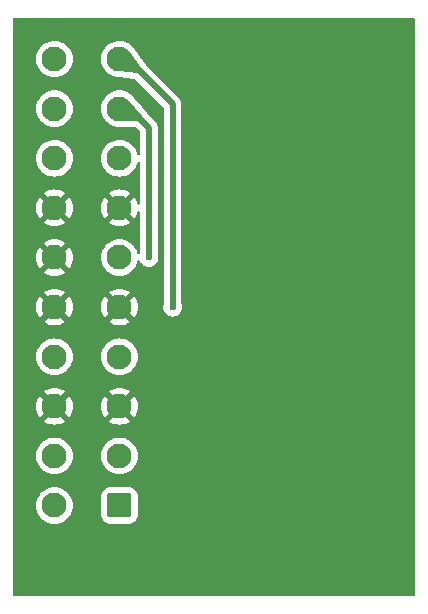
<source format=gbl>
G04 #@! TF.GenerationSoftware,KiCad,Pcbnew,8.0.5*
G04 #@! TF.CreationDate,2024-11-12T19:45:38-03:00*
G04 #@! TF.ProjectId,Teste R_pido Fonte Chaveada,54657374-6520-452e-9170-69646f20466f,rev?*
G04 #@! TF.SameCoordinates,Original*
G04 #@! TF.FileFunction,Copper,L2,Bot*
G04 #@! TF.FilePolarity,Positive*
%FSLAX46Y46*%
G04 Gerber Fmt 4.6, Leading zero omitted, Abs format (unit mm)*
G04 Created by KiCad (PCBNEW 8.0.5) date 2024-11-12 19:45:38*
%MOMM*%
%LPD*%
G01*
G04 APERTURE LIST*
G04 Aperture macros list*
%AMRoundRect*
0 Rectangle with rounded corners*
0 $1 Rounding radius*
0 $2 $3 $4 $5 $6 $7 $8 $9 X,Y pos of 4 corners*
0 Add a 4 corners polygon primitive as box body*
4,1,4,$2,$3,$4,$5,$6,$7,$8,$9,$2,$3,0*
0 Add four circle primitives for the rounded corners*
1,1,$1+$1,$2,$3*
1,1,$1+$1,$4,$5*
1,1,$1+$1,$6,$7*
1,1,$1+$1,$8,$9*
0 Add four rect primitives between the rounded corners*
20,1,$1+$1,$2,$3,$4,$5,0*
20,1,$1+$1,$4,$5,$6,$7,0*
20,1,$1+$1,$6,$7,$8,$9,0*
20,1,$1+$1,$8,$9,$2,$3,0*%
G04 Aperture macros list end*
G04 #@! TA.AperFunction,ComponentPad*
%ADD10RoundRect,0.315000X0.735000X0.735000X-0.735000X0.735000X-0.735000X-0.735000X0.735000X-0.735000X0*%
G04 #@! TD*
G04 #@! TA.AperFunction,ComponentPad*
%ADD11C,2.100000*%
G04 #@! TD*
G04 #@! TA.AperFunction,ViaPad*
%ADD12C,0.600000*%
G04 #@! TD*
G04 #@! TA.AperFunction,Conductor*
%ADD13C,0.500000*%
G04 #@! TD*
G04 APERTURE END LIST*
D10*
X108500000Y-91800000D03*
D11*
X108500000Y-87600000D03*
X108500000Y-83400000D03*
X108500000Y-79200000D03*
X108500000Y-75000000D03*
X108500000Y-70800000D03*
X108500000Y-66600000D03*
X108500000Y-62400000D03*
X108500000Y-58200000D03*
X108500000Y-54000000D03*
X103000000Y-91800000D03*
X103000000Y-87600000D03*
X103000000Y-83400000D03*
X103000000Y-79200000D03*
X103000000Y-75000000D03*
X103000000Y-70800000D03*
X103000000Y-66600000D03*
X103000000Y-62400000D03*
X103000000Y-58200000D03*
X103000000Y-54000000D03*
D12*
X126800000Y-83400000D03*
X126800000Y-91800000D03*
X126800000Y-79200000D03*
X126800000Y-66600000D03*
X126800000Y-75000000D03*
X126800000Y-57300000D03*
X126800000Y-87600000D03*
X126800000Y-70800000D03*
X113000000Y-75000000D03*
X111000000Y-70800000D03*
D13*
X113000000Y-57800000D02*
X109200000Y-54000000D01*
X113000000Y-75000000D02*
X113000000Y-57800000D01*
X109200000Y-54000000D02*
X108500000Y-54000000D01*
X111000000Y-59800000D02*
X111000000Y-70800000D01*
X109400000Y-58200000D02*
X111000000Y-59800000D01*
X108500000Y-58200000D02*
X109400000Y-58200000D01*
G04 #@! TA.AperFunction,Conductor*
G36*
X133442539Y-50520185D02*
G01*
X133488294Y-50572989D01*
X133499500Y-50624500D01*
X133499500Y-99375500D01*
X133479815Y-99442539D01*
X133427011Y-99488294D01*
X133375500Y-99499500D01*
X99624500Y-99499500D01*
X99557461Y-99479815D01*
X99511706Y-99427011D01*
X99500500Y-99375500D01*
X99500500Y-91800000D01*
X101444706Y-91800000D01*
X101463853Y-92043297D01*
X101520830Y-92280619D01*
X101614222Y-92506089D01*
X101741737Y-92714173D01*
X101741738Y-92714176D01*
X101795449Y-92777063D01*
X101900241Y-92899759D01*
X102043897Y-93022453D01*
X102085823Y-93058261D01*
X102085826Y-93058262D01*
X102293910Y-93185777D01*
X102475347Y-93260930D01*
X102507838Y-93274388D01*
X102519381Y-93279169D01*
X102519378Y-93279169D01*
X102519384Y-93279170D01*
X102519388Y-93279172D01*
X102756698Y-93336146D01*
X103000000Y-93355294D01*
X103243302Y-93336146D01*
X103480612Y-93279172D01*
X103706089Y-93185777D01*
X103914179Y-93058259D01*
X104099759Y-92899759D01*
X104258259Y-92714179D01*
X104385777Y-92506089D01*
X104479172Y-92280612D01*
X104536146Y-92043302D01*
X104555294Y-91800000D01*
X104536146Y-91556698D01*
X104479172Y-91319388D01*
X104385777Y-91093911D01*
X104385777Y-91093910D01*
X104339994Y-91019199D01*
X106949500Y-91019199D01*
X106949500Y-92580800D01*
X106964914Y-92717608D01*
X107025611Y-92891072D01*
X107123382Y-93046673D01*
X107253327Y-93176618D01*
X107408929Y-93274389D01*
X107582386Y-93335084D01*
X107582389Y-93335084D01*
X107582391Y-93335085D01*
X107650795Y-93342792D01*
X107719199Y-93350499D01*
X107719200Y-93350500D01*
X107719204Y-93350500D01*
X109280800Y-93350500D01*
X109280800Y-93350499D01*
X109366856Y-93340803D01*
X109417608Y-93335085D01*
X109417609Y-93335084D01*
X109417614Y-93335084D01*
X109591071Y-93274389D01*
X109746673Y-93176618D01*
X109876618Y-93046673D01*
X109974389Y-92891071D01*
X110035084Y-92717614D01*
X110035472Y-92714176D01*
X110040803Y-92666856D01*
X110050500Y-92580796D01*
X110050500Y-91019204D01*
X110035472Y-90885826D01*
X110035085Y-90882391D01*
X110035084Y-90882389D01*
X110035084Y-90882386D01*
X109974389Y-90708929D01*
X109876618Y-90553327D01*
X109746673Y-90423382D01*
X109732095Y-90414222D01*
X109591072Y-90325611D01*
X109417608Y-90264914D01*
X109280800Y-90249500D01*
X109280796Y-90249500D01*
X107719204Y-90249500D01*
X107719200Y-90249500D01*
X107582391Y-90264914D01*
X107408927Y-90325611D01*
X107253326Y-90423382D01*
X107123382Y-90553326D01*
X107025611Y-90708927D01*
X106964914Y-90882391D01*
X106949500Y-91019199D01*
X104339994Y-91019199D01*
X104258262Y-90885826D01*
X104258261Y-90885823D01*
X104222453Y-90843897D01*
X104099759Y-90700241D01*
X103977063Y-90595449D01*
X103914176Y-90541738D01*
X103914173Y-90541737D01*
X103706089Y-90414222D01*
X103480618Y-90320830D01*
X103480621Y-90320830D01*
X103247725Y-90264916D01*
X103243302Y-90263854D01*
X103243300Y-90263853D01*
X103243297Y-90263853D01*
X103000000Y-90244706D01*
X102756702Y-90263853D01*
X102519380Y-90320830D01*
X102293910Y-90414222D01*
X102085826Y-90541737D01*
X102085823Y-90541738D01*
X101900241Y-90700241D01*
X101741738Y-90885823D01*
X101741737Y-90885826D01*
X101614222Y-91093910D01*
X101520830Y-91319380D01*
X101463853Y-91556702D01*
X101444706Y-91800000D01*
X99500500Y-91800000D01*
X99500500Y-87600000D01*
X101444706Y-87600000D01*
X101463853Y-87843297D01*
X101520830Y-88080619D01*
X101614222Y-88306089D01*
X101741737Y-88514173D01*
X101741738Y-88514176D01*
X101741741Y-88514179D01*
X101900241Y-88699759D01*
X102043897Y-88822453D01*
X102085823Y-88858261D01*
X102085826Y-88858262D01*
X102293910Y-88985777D01*
X102519381Y-89079169D01*
X102519378Y-89079169D01*
X102519384Y-89079170D01*
X102519388Y-89079172D01*
X102756698Y-89136146D01*
X103000000Y-89155294D01*
X103243302Y-89136146D01*
X103480612Y-89079172D01*
X103706089Y-88985777D01*
X103914179Y-88858259D01*
X104099759Y-88699759D01*
X104258259Y-88514179D01*
X104385777Y-88306089D01*
X104479172Y-88080612D01*
X104536146Y-87843302D01*
X104555294Y-87600000D01*
X106944706Y-87600000D01*
X106963853Y-87843297D01*
X107020830Y-88080619D01*
X107114222Y-88306089D01*
X107241737Y-88514173D01*
X107241738Y-88514176D01*
X107241741Y-88514179D01*
X107400241Y-88699759D01*
X107543897Y-88822453D01*
X107585823Y-88858261D01*
X107585826Y-88858262D01*
X107793910Y-88985777D01*
X108019381Y-89079169D01*
X108019378Y-89079169D01*
X108019384Y-89079170D01*
X108019388Y-89079172D01*
X108256698Y-89136146D01*
X108500000Y-89155294D01*
X108743302Y-89136146D01*
X108980612Y-89079172D01*
X109206089Y-88985777D01*
X109414179Y-88858259D01*
X109599759Y-88699759D01*
X109758259Y-88514179D01*
X109885777Y-88306089D01*
X109979172Y-88080612D01*
X110036146Y-87843302D01*
X110055294Y-87600000D01*
X110036146Y-87356698D01*
X109979172Y-87119388D01*
X109885777Y-86893911D01*
X109885777Y-86893910D01*
X109758262Y-86685826D01*
X109758261Y-86685823D01*
X109722453Y-86643897D01*
X109599759Y-86500241D01*
X109477063Y-86395449D01*
X109414176Y-86341738D01*
X109414173Y-86341737D01*
X109206089Y-86214222D01*
X108980618Y-86120830D01*
X108980621Y-86120830D01*
X108874992Y-86095470D01*
X108743302Y-86063854D01*
X108743300Y-86063853D01*
X108743297Y-86063853D01*
X108500000Y-86044706D01*
X108256702Y-86063853D01*
X108019380Y-86120830D01*
X107793910Y-86214222D01*
X107585826Y-86341737D01*
X107585823Y-86341738D01*
X107400241Y-86500241D01*
X107241738Y-86685823D01*
X107241737Y-86685826D01*
X107114222Y-86893910D01*
X107020830Y-87119380D01*
X106963853Y-87356702D01*
X106944706Y-87600000D01*
X104555294Y-87600000D01*
X104536146Y-87356698D01*
X104479172Y-87119388D01*
X104385777Y-86893911D01*
X104385777Y-86893910D01*
X104258262Y-86685826D01*
X104258261Y-86685823D01*
X104222453Y-86643897D01*
X104099759Y-86500241D01*
X103977063Y-86395449D01*
X103914176Y-86341738D01*
X103914173Y-86341737D01*
X103706089Y-86214222D01*
X103480618Y-86120830D01*
X103480621Y-86120830D01*
X103374992Y-86095470D01*
X103243302Y-86063854D01*
X103243300Y-86063853D01*
X103243297Y-86063853D01*
X103000000Y-86044706D01*
X102756702Y-86063853D01*
X102519380Y-86120830D01*
X102293910Y-86214222D01*
X102085826Y-86341737D01*
X102085823Y-86341738D01*
X101900241Y-86500241D01*
X101741738Y-86685823D01*
X101741737Y-86685826D01*
X101614222Y-86893910D01*
X101520830Y-87119380D01*
X101463853Y-87356702D01*
X101444706Y-87600000D01*
X99500500Y-87600000D01*
X99500500Y-83400000D01*
X101445207Y-83400000D01*
X101464348Y-83643219D01*
X101521303Y-83880457D01*
X101614668Y-84105861D01*
X101738504Y-84307941D01*
X102360689Y-83685755D01*
X102379668Y-83731574D01*
X102456274Y-83846224D01*
X102553776Y-83943726D01*
X102668426Y-84020332D01*
X102714242Y-84039309D01*
X102092057Y-84661494D01*
X102294138Y-84785331D01*
X102519542Y-84878696D01*
X102756780Y-84935651D01*
X102756779Y-84935651D01*
X103000000Y-84954792D01*
X103243219Y-84935651D01*
X103480457Y-84878696D01*
X103705861Y-84785331D01*
X103907941Y-84661495D01*
X103907941Y-84661494D01*
X103285757Y-84039309D01*
X103331574Y-84020332D01*
X103446224Y-83943726D01*
X103543726Y-83846224D01*
X103620332Y-83731574D01*
X103639309Y-83685756D01*
X104261494Y-84307941D01*
X104261495Y-84307941D01*
X104385331Y-84105861D01*
X104478696Y-83880457D01*
X104535651Y-83643219D01*
X104554792Y-83400000D01*
X106945207Y-83400000D01*
X106964348Y-83643219D01*
X107021303Y-83880457D01*
X107114668Y-84105861D01*
X107238504Y-84307941D01*
X107860689Y-83685755D01*
X107879668Y-83731574D01*
X107956274Y-83846224D01*
X108053776Y-83943726D01*
X108168426Y-84020332D01*
X108214242Y-84039309D01*
X107592057Y-84661494D01*
X107794138Y-84785331D01*
X108019542Y-84878696D01*
X108256780Y-84935651D01*
X108256779Y-84935651D01*
X108500000Y-84954792D01*
X108743219Y-84935651D01*
X108980457Y-84878696D01*
X109205861Y-84785331D01*
X109407941Y-84661495D01*
X109407941Y-84661494D01*
X108785757Y-84039309D01*
X108831574Y-84020332D01*
X108946224Y-83943726D01*
X109043726Y-83846224D01*
X109120332Y-83731574D01*
X109139309Y-83685756D01*
X109761494Y-84307941D01*
X109761495Y-84307941D01*
X109885331Y-84105861D01*
X109978696Y-83880457D01*
X110035651Y-83643219D01*
X110054792Y-83400000D01*
X110035651Y-83156780D01*
X109978696Y-82919542D01*
X109885331Y-82694138D01*
X109761494Y-82492057D01*
X109139309Y-83114242D01*
X109120332Y-83068426D01*
X109043726Y-82953776D01*
X108946224Y-82856274D01*
X108831574Y-82779668D01*
X108785756Y-82760689D01*
X109407941Y-82138504D01*
X109205861Y-82014668D01*
X108980457Y-81921303D01*
X108743219Y-81864348D01*
X108743220Y-81864348D01*
X108500000Y-81845207D01*
X108256780Y-81864348D01*
X108019542Y-81921303D01*
X107794138Y-82014668D01*
X107592057Y-82138504D01*
X108214243Y-82760689D01*
X108168426Y-82779668D01*
X108053776Y-82856274D01*
X107956274Y-82953776D01*
X107879668Y-83068426D01*
X107860690Y-83114243D01*
X107238504Y-82492057D01*
X107114668Y-82694138D01*
X107021303Y-82919542D01*
X106964348Y-83156780D01*
X106945207Y-83400000D01*
X104554792Y-83400000D01*
X104535651Y-83156780D01*
X104478696Y-82919542D01*
X104385331Y-82694138D01*
X104261494Y-82492057D01*
X103639309Y-83114242D01*
X103620332Y-83068426D01*
X103543726Y-82953776D01*
X103446224Y-82856274D01*
X103331574Y-82779668D01*
X103285756Y-82760689D01*
X103907941Y-82138504D01*
X103705861Y-82014668D01*
X103480457Y-81921303D01*
X103243219Y-81864348D01*
X103243220Y-81864348D01*
X103000000Y-81845207D01*
X102756780Y-81864348D01*
X102519542Y-81921303D01*
X102294138Y-82014668D01*
X102092057Y-82138504D01*
X102714243Y-82760689D01*
X102668426Y-82779668D01*
X102553776Y-82856274D01*
X102456274Y-82953776D01*
X102379668Y-83068426D01*
X102360690Y-83114243D01*
X101738504Y-82492057D01*
X101614668Y-82694138D01*
X101521303Y-82919542D01*
X101464348Y-83156780D01*
X101445207Y-83400000D01*
X99500500Y-83400000D01*
X99500500Y-79200000D01*
X101444706Y-79200000D01*
X101463853Y-79443297D01*
X101520830Y-79680619D01*
X101614222Y-79906089D01*
X101741737Y-80114173D01*
X101741738Y-80114176D01*
X101741741Y-80114179D01*
X101900241Y-80299759D01*
X102043897Y-80422453D01*
X102085823Y-80458261D01*
X102085826Y-80458262D01*
X102293910Y-80585777D01*
X102519381Y-80679169D01*
X102519378Y-80679169D01*
X102519384Y-80679170D01*
X102519388Y-80679172D01*
X102756698Y-80736146D01*
X103000000Y-80755294D01*
X103243302Y-80736146D01*
X103480612Y-80679172D01*
X103706089Y-80585777D01*
X103914179Y-80458259D01*
X104099759Y-80299759D01*
X104258259Y-80114179D01*
X104385777Y-79906089D01*
X104479172Y-79680612D01*
X104536146Y-79443302D01*
X104555294Y-79200000D01*
X106944706Y-79200000D01*
X106963853Y-79443297D01*
X107020830Y-79680619D01*
X107114222Y-79906089D01*
X107241737Y-80114173D01*
X107241738Y-80114176D01*
X107241741Y-80114179D01*
X107400241Y-80299759D01*
X107543897Y-80422453D01*
X107585823Y-80458261D01*
X107585826Y-80458262D01*
X107793910Y-80585777D01*
X108019381Y-80679169D01*
X108019378Y-80679169D01*
X108019384Y-80679170D01*
X108019388Y-80679172D01*
X108256698Y-80736146D01*
X108500000Y-80755294D01*
X108743302Y-80736146D01*
X108980612Y-80679172D01*
X109206089Y-80585777D01*
X109414179Y-80458259D01*
X109599759Y-80299759D01*
X109758259Y-80114179D01*
X109885777Y-79906089D01*
X109979172Y-79680612D01*
X110036146Y-79443302D01*
X110055294Y-79200000D01*
X110036146Y-78956698D01*
X109979172Y-78719388D01*
X109885777Y-78493911D01*
X109885777Y-78493910D01*
X109758262Y-78285826D01*
X109758261Y-78285823D01*
X109722453Y-78243897D01*
X109599759Y-78100241D01*
X109477063Y-77995449D01*
X109414176Y-77941738D01*
X109414173Y-77941737D01*
X109206089Y-77814222D01*
X108980618Y-77720830D01*
X108980621Y-77720830D01*
X108874992Y-77695470D01*
X108743302Y-77663854D01*
X108743300Y-77663853D01*
X108743297Y-77663853D01*
X108500000Y-77644706D01*
X108256702Y-77663853D01*
X108019380Y-77720830D01*
X107793910Y-77814222D01*
X107585826Y-77941737D01*
X107585823Y-77941738D01*
X107400241Y-78100241D01*
X107241738Y-78285823D01*
X107241737Y-78285826D01*
X107114222Y-78493910D01*
X107020830Y-78719380D01*
X106963853Y-78956702D01*
X106944706Y-79200000D01*
X104555294Y-79200000D01*
X104536146Y-78956698D01*
X104479172Y-78719388D01*
X104385777Y-78493911D01*
X104385777Y-78493910D01*
X104258262Y-78285826D01*
X104258261Y-78285823D01*
X104222453Y-78243897D01*
X104099759Y-78100241D01*
X103977063Y-77995449D01*
X103914176Y-77941738D01*
X103914173Y-77941737D01*
X103706089Y-77814222D01*
X103480618Y-77720830D01*
X103480621Y-77720830D01*
X103374992Y-77695470D01*
X103243302Y-77663854D01*
X103243300Y-77663853D01*
X103243297Y-77663853D01*
X103000000Y-77644706D01*
X102756702Y-77663853D01*
X102519380Y-77720830D01*
X102293910Y-77814222D01*
X102085826Y-77941737D01*
X102085823Y-77941738D01*
X101900241Y-78100241D01*
X101741738Y-78285823D01*
X101741737Y-78285826D01*
X101614222Y-78493910D01*
X101520830Y-78719380D01*
X101463853Y-78956702D01*
X101444706Y-79200000D01*
X99500500Y-79200000D01*
X99500500Y-75000000D01*
X101445207Y-75000000D01*
X101464348Y-75243219D01*
X101521303Y-75480457D01*
X101614668Y-75705861D01*
X101738504Y-75907941D01*
X102360689Y-75285755D01*
X102379668Y-75331574D01*
X102456274Y-75446224D01*
X102553776Y-75543726D01*
X102668426Y-75620332D01*
X102714242Y-75639309D01*
X102092057Y-76261494D01*
X102294138Y-76385331D01*
X102519542Y-76478696D01*
X102756780Y-76535651D01*
X102756779Y-76535651D01*
X103000000Y-76554792D01*
X103243219Y-76535651D01*
X103480457Y-76478696D01*
X103705861Y-76385331D01*
X103907941Y-76261495D01*
X103907941Y-76261494D01*
X103285757Y-75639309D01*
X103331574Y-75620332D01*
X103446224Y-75543726D01*
X103543726Y-75446224D01*
X103620332Y-75331574D01*
X103639309Y-75285756D01*
X104261494Y-75907941D01*
X104261495Y-75907941D01*
X104385331Y-75705861D01*
X104478696Y-75480457D01*
X104535651Y-75243219D01*
X104554792Y-75000000D01*
X106945207Y-75000000D01*
X106964348Y-75243219D01*
X107021303Y-75480457D01*
X107114668Y-75705861D01*
X107238504Y-75907941D01*
X107860689Y-75285755D01*
X107879668Y-75331574D01*
X107956274Y-75446224D01*
X108053776Y-75543726D01*
X108168426Y-75620332D01*
X108214242Y-75639309D01*
X107592057Y-76261494D01*
X107794138Y-76385331D01*
X108019542Y-76478696D01*
X108256780Y-76535651D01*
X108256779Y-76535651D01*
X108500000Y-76554792D01*
X108743219Y-76535651D01*
X108980457Y-76478696D01*
X109205861Y-76385331D01*
X109407941Y-76261495D01*
X109407941Y-76261494D01*
X108785757Y-75639309D01*
X108831574Y-75620332D01*
X108946224Y-75543726D01*
X109043726Y-75446224D01*
X109120332Y-75331574D01*
X109139309Y-75285756D01*
X109761494Y-75907941D01*
X109761495Y-75907941D01*
X109885331Y-75705861D01*
X109978696Y-75480457D01*
X110035651Y-75243219D01*
X110054792Y-75000000D01*
X110035651Y-74756780D01*
X109978696Y-74519542D01*
X109885331Y-74294138D01*
X109761494Y-74092057D01*
X109139309Y-74714242D01*
X109120332Y-74668426D01*
X109043726Y-74553776D01*
X108946224Y-74456274D01*
X108831574Y-74379668D01*
X108785756Y-74360689D01*
X109407941Y-73738504D01*
X109205861Y-73614668D01*
X108980457Y-73521303D01*
X108743219Y-73464348D01*
X108743220Y-73464348D01*
X108500000Y-73445207D01*
X108256780Y-73464348D01*
X108019542Y-73521303D01*
X107794138Y-73614668D01*
X107592057Y-73738504D01*
X108214243Y-74360689D01*
X108168426Y-74379668D01*
X108053776Y-74456274D01*
X107956274Y-74553776D01*
X107879668Y-74668426D01*
X107860690Y-74714243D01*
X107238504Y-74092057D01*
X107114668Y-74294138D01*
X107021303Y-74519542D01*
X106964348Y-74756780D01*
X106945207Y-75000000D01*
X104554792Y-75000000D01*
X104535651Y-74756780D01*
X104478696Y-74519542D01*
X104385331Y-74294138D01*
X104261494Y-74092057D01*
X103639309Y-74714242D01*
X103620332Y-74668426D01*
X103543726Y-74553776D01*
X103446224Y-74456274D01*
X103331574Y-74379668D01*
X103285756Y-74360689D01*
X103907941Y-73738504D01*
X103705861Y-73614668D01*
X103480457Y-73521303D01*
X103243219Y-73464348D01*
X103243220Y-73464348D01*
X103000000Y-73445207D01*
X102756780Y-73464348D01*
X102519542Y-73521303D01*
X102294138Y-73614668D01*
X102092057Y-73738504D01*
X102714243Y-74360689D01*
X102668426Y-74379668D01*
X102553776Y-74456274D01*
X102456274Y-74553776D01*
X102379668Y-74668426D01*
X102360690Y-74714243D01*
X101738504Y-74092057D01*
X101614668Y-74294138D01*
X101521303Y-74519542D01*
X101464348Y-74756780D01*
X101445207Y-75000000D01*
X99500500Y-75000000D01*
X99500500Y-70800000D01*
X101445207Y-70800000D01*
X101464348Y-71043219D01*
X101521303Y-71280457D01*
X101614668Y-71505861D01*
X101738504Y-71707941D01*
X102360689Y-71085755D01*
X102379668Y-71131574D01*
X102456274Y-71246224D01*
X102553776Y-71343726D01*
X102668426Y-71420332D01*
X102714242Y-71439309D01*
X102092057Y-72061494D01*
X102294138Y-72185331D01*
X102519542Y-72278696D01*
X102756780Y-72335651D01*
X102756779Y-72335651D01*
X103000000Y-72354792D01*
X103243219Y-72335651D01*
X103480457Y-72278696D01*
X103705861Y-72185331D01*
X103907941Y-72061495D01*
X103907941Y-72061494D01*
X103285757Y-71439309D01*
X103331574Y-71420332D01*
X103446224Y-71343726D01*
X103543726Y-71246224D01*
X103620332Y-71131574D01*
X103639309Y-71085756D01*
X104261494Y-71707941D01*
X104261495Y-71707941D01*
X104385331Y-71505861D01*
X104478696Y-71280457D01*
X104535651Y-71043219D01*
X104554792Y-70800000D01*
X104535651Y-70556780D01*
X104478696Y-70319542D01*
X104385331Y-70094138D01*
X104261494Y-69892057D01*
X103639309Y-70514242D01*
X103620332Y-70468426D01*
X103543726Y-70353776D01*
X103446224Y-70256274D01*
X103331574Y-70179668D01*
X103285756Y-70160689D01*
X103907941Y-69538504D01*
X103705861Y-69414668D01*
X103480457Y-69321303D01*
X103243219Y-69264348D01*
X103243220Y-69264348D01*
X103000000Y-69245207D01*
X102756780Y-69264348D01*
X102519542Y-69321303D01*
X102294138Y-69414668D01*
X102092057Y-69538504D01*
X102714243Y-70160689D01*
X102668426Y-70179668D01*
X102553776Y-70256274D01*
X102456274Y-70353776D01*
X102379668Y-70468426D01*
X102360690Y-70514243D01*
X101738504Y-69892057D01*
X101614668Y-70094138D01*
X101521303Y-70319542D01*
X101464348Y-70556780D01*
X101445207Y-70800000D01*
X99500500Y-70800000D01*
X99500500Y-66600000D01*
X101445207Y-66600000D01*
X101464348Y-66843219D01*
X101521303Y-67080457D01*
X101614668Y-67305861D01*
X101738504Y-67507941D01*
X102360689Y-66885755D01*
X102379668Y-66931574D01*
X102456274Y-67046224D01*
X102553776Y-67143726D01*
X102668426Y-67220332D01*
X102714242Y-67239309D01*
X102092057Y-67861494D01*
X102294138Y-67985331D01*
X102519542Y-68078696D01*
X102756780Y-68135651D01*
X102756779Y-68135651D01*
X103000000Y-68154792D01*
X103243219Y-68135651D01*
X103480457Y-68078696D01*
X103705861Y-67985331D01*
X103907941Y-67861495D01*
X103907941Y-67861494D01*
X103285757Y-67239309D01*
X103331574Y-67220332D01*
X103446224Y-67143726D01*
X103543726Y-67046224D01*
X103620332Y-66931574D01*
X103639309Y-66885756D01*
X104261494Y-67507941D01*
X104261495Y-67507941D01*
X104385331Y-67305861D01*
X104478696Y-67080457D01*
X104535651Y-66843219D01*
X104554792Y-66600000D01*
X104535651Y-66356780D01*
X104478696Y-66119542D01*
X104385331Y-65894138D01*
X104261494Y-65692057D01*
X103639309Y-66314242D01*
X103620332Y-66268426D01*
X103543726Y-66153776D01*
X103446224Y-66056274D01*
X103331574Y-65979668D01*
X103285756Y-65960689D01*
X103907941Y-65338504D01*
X103705861Y-65214668D01*
X103480457Y-65121303D01*
X103243219Y-65064348D01*
X103243220Y-65064348D01*
X103000000Y-65045207D01*
X102756780Y-65064348D01*
X102519542Y-65121303D01*
X102294138Y-65214668D01*
X102092057Y-65338504D01*
X102714243Y-65960689D01*
X102668426Y-65979668D01*
X102553776Y-66056274D01*
X102456274Y-66153776D01*
X102379668Y-66268426D01*
X102360690Y-66314243D01*
X101738504Y-65692057D01*
X101614668Y-65894138D01*
X101521303Y-66119542D01*
X101464348Y-66356780D01*
X101445207Y-66600000D01*
X99500500Y-66600000D01*
X99500500Y-62400000D01*
X101444706Y-62400000D01*
X101463853Y-62643297D01*
X101463853Y-62643300D01*
X101463854Y-62643302D01*
X101480526Y-62712746D01*
X101520830Y-62880619D01*
X101614222Y-63106089D01*
X101741737Y-63314173D01*
X101741738Y-63314176D01*
X101741741Y-63314179D01*
X101900241Y-63499759D01*
X102043897Y-63622453D01*
X102085823Y-63658261D01*
X102085826Y-63658262D01*
X102293910Y-63785777D01*
X102519381Y-63879169D01*
X102519378Y-63879169D01*
X102519384Y-63879170D01*
X102519388Y-63879172D01*
X102756698Y-63936146D01*
X103000000Y-63955294D01*
X103243302Y-63936146D01*
X103480612Y-63879172D01*
X103706089Y-63785777D01*
X103914179Y-63658259D01*
X104099759Y-63499759D01*
X104258259Y-63314179D01*
X104385777Y-63106089D01*
X104479172Y-62880612D01*
X104536146Y-62643302D01*
X104555294Y-62400000D01*
X104536146Y-62156698D01*
X104479172Y-61919388D01*
X104385777Y-61693911D01*
X104385777Y-61693910D01*
X104258262Y-61485826D01*
X104258261Y-61485823D01*
X104222453Y-61443897D01*
X104099759Y-61300241D01*
X103977063Y-61195449D01*
X103914176Y-61141738D01*
X103914173Y-61141737D01*
X103706089Y-61014222D01*
X103480618Y-60920830D01*
X103480621Y-60920830D01*
X103374992Y-60895470D01*
X103243302Y-60863854D01*
X103243300Y-60863853D01*
X103243297Y-60863853D01*
X103000000Y-60844706D01*
X102756702Y-60863853D01*
X102519380Y-60920830D01*
X102293910Y-61014222D01*
X102085826Y-61141737D01*
X102085823Y-61141738D01*
X101900241Y-61300241D01*
X101741738Y-61485823D01*
X101741737Y-61485826D01*
X101614222Y-61693910D01*
X101520830Y-61919380D01*
X101463853Y-62156702D01*
X101444706Y-62400000D01*
X99500500Y-62400000D01*
X99500500Y-58200000D01*
X101444706Y-58200000D01*
X101463853Y-58443297D01*
X101463853Y-58443300D01*
X101463854Y-58443302D01*
X101489003Y-58548055D01*
X101520830Y-58680619D01*
X101614222Y-58906089D01*
X101741737Y-59114173D01*
X101741738Y-59114176D01*
X101741741Y-59114179D01*
X101900241Y-59299759D01*
X101983585Y-59370941D01*
X102085823Y-59458261D01*
X102085826Y-59458262D01*
X102293910Y-59585777D01*
X102475347Y-59660930D01*
X102497546Y-59670125D01*
X102519381Y-59679169D01*
X102519378Y-59679169D01*
X102519384Y-59679170D01*
X102519388Y-59679172D01*
X102756698Y-59736146D01*
X103000000Y-59755294D01*
X103243302Y-59736146D01*
X103480612Y-59679172D01*
X103706089Y-59585777D01*
X103914179Y-59458259D01*
X104099759Y-59299759D01*
X104258259Y-59114179D01*
X104385777Y-58906089D01*
X104479172Y-58680612D01*
X104536146Y-58443302D01*
X104555294Y-58200000D01*
X106944706Y-58200000D01*
X106963853Y-58443297D01*
X106963853Y-58443300D01*
X106963854Y-58443302D01*
X106989003Y-58548055D01*
X107020830Y-58680619D01*
X107114222Y-58906089D01*
X107241737Y-59114173D01*
X107241738Y-59114176D01*
X107241741Y-59114179D01*
X107400241Y-59299759D01*
X107483585Y-59370941D01*
X107585823Y-59458261D01*
X107585826Y-59458262D01*
X107793910Y-59585777D01*
X107975347Y-59660930D01*
X107997546Y-59670125D01*
X108019381Y-59679169D01*
X108019378Y-59679169D01*
X108019384Y-59679170D01*
X108019388Y-59679172D01*
X108256698Y-59736146D01*
X108500000Y-59755294D01*
X108504507Y-59754939D01*
X108520874Y-59755255D01*
X108520895Y-59754808D01*
X108525316Y-59755007D01*
X108525319Y-59755006D01*
X108525320Y-59755007D01*
X109805225Y-59721266D01*
X109872760Y-59739177D01*
X109896174Y-59757542D01*
X110213181Y-60074549D01*
X110246666Y-60135872D01*
X110249500Y-60162230D01*
X110249500Y-61997714D01*
X110229815Y-62064753D01*
X110177011Y-62110508D01*
X110107853Y-62120452D01*
X110044297Y-62091427D01*
X110006523Y-62032649D01*
X110004932Y-62026685D01*
X109979172Y-61919388D01*
X109885777Y-61693911D01*
X109885777Y-61693910D01*
X109758262Y-61485826D01*
X109758261Y-61485823D01*
X109722453Y-61443897D01*
X109599759Y-61300241D01*
X109477063Y-61195449D01*
X109414176Y-61141738D01*
X109414173Y-61141737D01*
X109206089Y-61014222D01*
X108980618Y-60920830D01*
X108980621Y-60920830D01*
X108874992Y-60895470D01*
X108743302Y-60863854D01*
X108743300Y-60863853D01*
X108743297Y-60863853D01*
X108500000Y-60844706D01*
X108256702Y-60863853D01*
X108019380Y-60920830D01*
X107793910Y-61014222D01*
X107585826Y-61141737D01*
X107585823Y-61141738D01*
X107400241Y-61300241D01*
X107241738Y-61485823D01*
X107241737Y-61485826D01*
X107114222Y-61693910D01*
X107020830Y-61919380D01*
X106963853Y-62156702D01*
X106944706Y-62400000D01*
X106963853Y-62643297D01*
X106963853Y-62643300D01*
X106963854Y-62643302D01*
X106980526Y-62712746D01*
X107020830Y-62880619D01*
X107114222Y-63106089D01*
X107241737Y-63314173D01*
X107241738Y-63314176D01*
X107241741Y-63314179D01*
X107400241Y-63499759D01*
X107543897Y-63622453D01*
X107585823Y-63658261D01*
X107585826Y-63658262D01*
X107793910Y-63785777D01*
X108019381Y-63879169D01*
X108019378Y-63879169D01*
X108019384Y-63879170D01*
X108019388Y-63879172D01*
X108256698Y-63936146D01*
X108500000Y-63955294D01*
X108743302Y-63936146D01*
X108980612Y-63879172D01*
X109206089Y-63785777D01*
X109414179Y-63658259D01*
X109599759Y-63499759D01*
X109758259Y-63314179D01*
X109885777Y-63106089D01*
X109979172Y-62880612D01*
X110004927Y-62773334D01*
X110039717Y-62712746D01*
X110101743Y-62680582D01*
X110171312Y-62687058D01*
X110226336Y-62730118D01*
X110249345Y-62796090D01*
X110249500Y-62802285D01*
X110249500Y-66199850D01*
X110229815Y-66266889D01*
X110177011Y-66312644D01*
X110107853Y-66322588D01*
X110044297Y-66293563D01*
X110006523Y-66234785D01*
X110004926Y-66228797D01*
X109978696Y-66119542D01*
X109885331Y-65894138D01*
X109761494Y-65692057D01*
X109139309Y-66314242D01*
X109120332Y-66268426D01*
X109043726Y-66153776D01*
X108946224Y-66056274D01*
X108831574Y-65979668D01*
X108785756Y-65960689D01*
X109407941Y-65338504D01*
X109205861Y-65214668D01*
X108980457Y-65121303D01*
X108743219Y-65064348D01*
X108743220Y-65064348D01*
X108500000Y-65045207D01*
X108256780Y-65064348D01*
X108019542Y-65121303D01*
X107794138Y-65214668D01*
X107592057Y-65338504D01*
X108214243Y-65960689D01*
X108168426Y-65979668D01*
X108053776Y-66056274D01*
X107956274Y-66153776D01*
X107879668Y-66268426D01*
X107860690Y-66314243D01*
X107238504Y-65692057D01*
X107114668Y-65894138D01*
X107021303Y-66119542D01*
X106964348Y-66356780D01*
X106945207Y-66600000D01*
X106964348Y-66843219D01*
X107021303Y-67080457D01*
X107114668Y-67305861D01*
X107238504Y-67507941D01*
X107860689Y-66885755D01*
X107879668Y-66931574D01*
X107956274Y-67046224D01*
X108053776Y-67143726D01*
X108168426Y-67220332D01*
X108214242Y-67239309D01*
X107592057Y-67861494D01*
X107794138Y-67985331D01*
X108019542Y-68078696D01*
X108256780Y-68135651D01*
X108256779Y-68135651D01*
X108500000Y-68154792D01*
X108743219Y-68135651D01*
X108980457Y-68078696D01*
X109205861Y-67985331D01*
X109407941Y-67861495D01*
X109407941Y-67861494D01*
X108785757Y-67239309D01*
X108831574Y-67220332D01*
X108946224Y-67143726D01*
X109043726Y-67046224D01*
X109120332Y-66931574D01*
X109139309Y-66885756D01*
X109761494Y-67507941D01*
X109761495Y-67507941D01*
X109885331Y-67305861D01*
X109978696Y-67080457D01*
X110004926Y-66971202D01*
X110039717Y-66910610D01*
X110101743Y-66878446D01*
X110171312Y-66884922D01*
X110226336Y-66927982D01*
X110249345Y-66993954D01*
X110249500Y-67000149D01*
X110249500Y-70397714D01*
X110229815Y-70464753D01*
X110177011Y-70510508D01*
X110107853Y-70520452D01*
X110044297Y-70491427D01*
X110006523Y-70432649D01*
X110004932Y-70426685D01*
X109979172Y-70319388D01*
X109953030Y-70256274D01*
X109885777Y-70093910D01*
X109758262Y-69885826D01*
X109758261Y-69885823D01*
X109722453Y-69843897D01*
X109599759Y-69700241D01*
X109477063Y-69595449D01*
X109414176Y-69541738D01*
X109414173Y-69541737D01*
X109206089Y-69414222D01*
X108980618Y-69320830D01*
X108980621Y-69320830D01*
X108874992Y-69295470D01*
X108743302Y-69263854D01*
X108743300Y-69263853D01*
X108743297Y-69263853D01*
X108500000Y-69244706D01*
X108256702Y-69263853D01*
X108019380Y-69320830D01*
X107793910Y-69414222D01*
X107585826Y-69541737D01*
X107585823Y-69541738D01*
X107400241Y-69700241D01*
X107241738Y-69885823D01*
X107241737Y-69885826D01*
X107114222Y-70093910D01*
X107020830Y-70319380D01*
X106963853Y-70556702D01*
X106944706Y-70800000D01*
X106963853Y-71043297D01*
X106963853Y-71043300D01*
X106963854Y-71043302D01*
X106990323Y-71153553D01*
X107020830Y-71280619D01*
X107114222Y-71506089D01*
X107241737Y-71714173D01*
X107241738Y-71714176D01*
X107241741Y-71714179D01*
X107400241Y-71899759D01*
X107543897Y-72022453D01*
X107585823Y-72058261D01*
X107585826Y-72058262D01*
X107793910Y-72185777D01*
X108019381Y-72279169D01*
X108019378Y-72279169D01*
X108019384Y-72279170D01*
X108019388Y-72279172D01*
X108256698Y-72336146D01*
X108500000Y-72355294D01*
X108743302Y-72336146D01*
X108980612Y-72279172D01*
X109206089Y-72185777D01*
X109414179Y-72058259D01*
X109599759Y-71899759D01*
X109758259Y-71714179D01*
X109885777Y-71506089D01*
X109979172Y-71280612D01*
X110019495Y-71112655D01*
X110054285Y-71052066D01*
X110116311Y-71019902D01*
X110185880Y-71026378D01*
X110240904Y-71069438D01*
X110257110Y-71100650D01*
X110274211Y-71149523D01*
X110334973Y-71246224D01*
X110370184Y-71302262D01*
X110497738Y-71429816D01*
X110588080Y-71486582D01*
X110619125Y-71506089D01*
X110650478Y-71525789D01*
X110820745Y-71585368D01*
X110820750Y-71585369D01*
X110999996Y-71605565D01*
X111000000Y-71605565D01*
X111000004Y-71605565D01*
X111179249Y-71585369D01*
X111179252Y-71585368D01*
X111179255Y-71585368D01*
X111349522Y-71525789D01*
X111502262Y-71429816D01*
X111629816Y-71302262D01*
X111725789Y-71149522D01*
X111785368Y-70979255D01*
X111805565Y-70800000D01*
X111785368Y-70620745D01*
X111757458Y-70540982D01*
X111750500Y-70500028D01*
X111750500Y-59726082D01*
X111749263Y-59719862D01*
X111739369Y-59670125D01*
X111721659Y-59581088D01*
X111667408Y-59450118D01*
X111665765Y-59445524D01*
X111615931Y-59370941D01*
X111582950Y-59321581D01*
X111582947Y-59321578D01*
X110809423Y-58548055D01*
X110791559Y-58525461D01*
X110790263Y-58523359D01*
X110790262Y-58523358D01*
X110119353Y-57719380D01*
X109765667Y-57295543D01*
X109760557Y-57288985D01*
X109758268Y-57285836D01*
X109758259Y-57285821D01*
X109727915Y-57250292D01*
X109727093Y-57249319D01*
X109638764Y-57143469D01*
X109624006Y-57126564D01*
X109623993Y-57126549D01*
X109623291Y-57125780D01*
X109619439Y-57122155D01*
X109610143Y-57112399D01*
X109599759Y-57100241D01*
X109477063Y-56995449D01*
X109414176Y-56941738D01*
X109414173Y-56941737D01*
X109206089Y-56814222D01*
X108980618Y-56720830D01*
X108980621Y-56720830D01*
X108874992Y-56695470D01*
X108743302Y-56663854D01*
X108743300Y-56663853D01*
X108743297Y-56663853D01*
X108500000Y-56644706D01*
X108256702Y-56663853D01*
X108019380Y-56720830D01*
X107793910Y-56814222D01*
X107585826Y-56941737D01*
X107585823Y-56941738D01*
X107400241Y-57100241D01*
X107241738Y-57285823D01*
X107241737Y-57285826D01*
X107114222Y-57493910D01*
X107020830Y-57719380D01*
X106963853Y-57956702D01*
X106944706Y-58200000D01*
X104555294Y-58200000D01*
X104536146Y-57956698D01*
X104479172Y-57719388D01*
X104469999Y-57697242D01*
X104385777Y-57493910D01*
X104258262Y-57285826D01*
X104258261Y-57285823D01*
X104136689Y-57143481D01*
X104099759Y-57100241D01*
X103977063Y-56995449D01*
X103914176Y-56941738D01*
X103914173Y-56941737D01*
X103706089Y-56814222D01*
X103480618Y-56720830D01*
X103480621Y-56720830D01*
X103374992Y-56695470D01*
X103243302Y-56663854D01*
X103243300Y-56663853D01*
X103243297Y-56663853D01*
X103000000Y-56644706D01*
X102756702Y-56663853D01*
X102519380Y-56720830D01*
X102293910Y-56814222D01*
X102085826Y-56941737D01*
X102085823Y-56941738D01*
X101900241Y-57100241D01*
X101741738Y-57285823D01*
X101741737Y-57285826D01*
X101614222Y-57493910D01*
X101520830Y-57719380D01*
X101463853Y-57956702D01*
X101444706Y-58200000D01*
X99500500Y-58200000D01*
X99500500Y-54000000D01*
X101444706Y-54000000D01*
X101463853Y-54243297D01*
X101520830Y-54480619D01*
X101614222Y-54706089D01*
X101741737Y-54914173D01*
X101741738Y-54914176D01*
X101741741Y-54914179D01*
X101900241Y-55099759D01*
X102043897Y-55222453D01*
X102085823Y-55258261D01*
X102085826Y-55258262D01*
X102293910Y-55385777D01*
X102519381Y-55479169D01*
X102519378Y-55479169D01*
X102519384Y-55479170D01*
X102519388Y-55479172D01*
X102756698Y-55536146D01*
X103000000Y-55555294D01*
X103243302Y-55536146D01*
X103480612Y-55479172D01*
X103706089Y-55385777D01*
X103914179Y-55258259D01*
X104099759Y-55099759D01*
X104258259Y-54914179D01*
X104385777Y-54706089D01*
X104479172Y-54480612D01*
X104536146Y-54243302D01*
X104555294Y-54000000D01*
X106944706Y-54000000D01*
X106963853Y-54243297D01*
X107020830Y-54480619D01*
X107114222Y-54706089D01*
X107241737Y-54914173D01*
X107241738Y-54914176D01*
X107241741Y-54914179D01*
X107400241Y-55099759D01*
X107543897Y-55222453D01*
X107585823Y-55258261D01*
X107585826Y-55258262D01*
X107793910Y-55385777D01*
X108019381Y-55479169D01*
X108019378Y-55479169D01*
X108019384Y-55479170D01*
X108019388Y-55479172D01*
X108256698Y-55536146D01*
X108447998Y-55551201D01*
X108465960Y-55553950D01*
X108469090Y-55554668D01*
X109758284Y-55661219D01*
X109823472Y-55686359D01*
X109835749Y-55697117D01*
X112213181Y-58074548D01*
X112246666Y-58135871D01*
X112249500Y-58162229D01*
X112249500Y-74700028D01*
X112242542Y-74740982D01*
X112214631Y-74820747D01*
X112194435Y-74999996D01*
X112194435Y-75000003D01*
X112214630Y-75179249D01*
X112214631Y-75179254D01*
X112274211Y-75349523D01*
X112334973Y-75446224D01*
X112370184Y-75502262D01*
X112497738Y-75629816D01*
X112650478Y-75725789D01*
X112820745Y-75785368D01*
X112820750Y-75785369D01*
X112999996Y-75805565D01*
X113000000Y-75805565D01*
X113000004Y-75805565D01*
X113179249Y-75785369D01*
X113179252Y-75785368D01*
X113179255Y-75785368D01*
X113349522Y-75725789D01*
X113502262Y-75629816D01*
X113629816Y-75502262D01*
X113725789Y-75349522D01*
X113785368Y-75179255D01*
X113805565Y-75000000D01*
X113785368Y-74820745D01*
X113757458Y-74740982D01*
X113750500Y-74700028D01*
X113750500Y-57726081D01*
X113744763Y-57697242D01*
X113744763Y-57697240D01*
X113721660Y-57581095D01*
X113721659Y-57581088D01*
X113667408Y-57450117D01*
X113665764Y-57445522D01*
X113582954Y-57321588D01*
X113582953Y-57321587D01*
X113582951Y-57321584D01*
X113478416Y-57217049D01*
X110787133Y-54525765D01*
X110774443Y-54510897D01*
X109856992Y-53246221D01*
X109851636Y-53238198D01*
X109758262Y-53085825D01*
X109758261Y-53085823D01*
X109722453Y-53043897D01*
X109599759Y-52900241D01*
X109477063Y-52795449D01*
X109414176Y-52741738D01*
X109414173Y-52741737D01*
X109206089Y-52614222D01*
X108980618Y-52520830D01*
X108980621Y-52520830D01*
X108874992Y-52495470D01*
X108743302Y-52463854D01*
X108743300Y-52463853D01*
X108743297Y-52463853D01*
X108500000Y-52444706D01*
X108256702Y-52463853D01*
X108019380Y-52520830D01*
X107793910Y-52614222D01*
X107585826Y-52741737D01*
X107585823Y-52741738D01*
X107400241Y-52900241D01*
X107241738Y-53085823D01*
X107241737Y-53085826D01*
X107114222Y-53293910D01*
X107020830Y-53519380D01*
X106963853Y-53756702D01*
X106944706Y-54000000D01*
X104555294Y-54000000D01*
X104536146Y-53756698D01*
X104479172Y-53519388D01*
X104385777Y-53293911D01*
X104385777Y-53293910D01*
X104258262Y-53085826D01*
X104258261Y-53085823D01*
X104222453Y-53043897D01*
X104099759Y-52900241D01*
X103977063Y-52795449D01*
X103914176Y-52741738D01*
X103914173Y-52741737D01*
X103706089Y-52614222D01*
X103480618Y-52520830D01*
X103480621Y-52520830D01*
X103374992Y-52495470D01*
X103243302Y-52463854D01*
X103243300Y-52463853D01*
X103243297Y-52463853D01*
X103000000Y-52444706D01*
X102756702Y-52463853D01*
X102519380Y-52520830D01*
X102293910Y-52614222D01*
X102085826Y-52741737D01*
X102085823Y-52741738D01*
X101900241Y-52900241D01*
X101741738Y-53085823D01*
X101741737Y-53085826D01*
X101614222Y-53293910D01*
X101520830Y-53519380D01*
X101463853Y-53756702D01*
X101444706Y-54000000D01*
X99500500Y-54000000D01*
X99500500Y-50624500D01*
X99520185Y-50557461D01*
X99572989Y-50511706D01*
X99624500Y-50500500D01*
X133375500Y-50500500D01*
X133442539Y-50520185D01*
G37*
G04 #@! TD.AperFunction*
G04 #@! TA.AperFunction,Conductor*
G36*
X109249955Y-57466589D02*
G01*
X109250657Y-57467358D01*
X110402146Y-58847235D01*
X110404816Y-58855782D01*
X110401436Y-58863004D01*
X110058744Y-59205696D01*
X110050779Y-59209119D01*
X108511999Y-59249683D01*
X108503639Y-59246475D01*
X108499995Y-59238295D01*
X108499991Y-59238067D01*
X108499296Y-58204149D01*
X108502715Y-58195876D01*
X109233410Y-57466572D01*
X109241685Y-57463154D01*
X109249955Y-57466589D01*
G37*
G04 #@! TD.AperFunction*
G04 #@! TA.AperFunction,Conductor*
G36*
X109269923Y-53297974D02*
G01*
X109270829Y-53299076D01*
X110369951Y-54814179D01*
X110372036Y-54822888D01*
X110368754Y-54829322D01*
X110026095Y-55171981D01*
X110017822Y-55175408D01*
X110016858Y-55175368D01*
X108510728Y-55050886D01*
X108502766Y-55046790D01*
X108499992Y-55039236D01*
X108499296Y-54004389D01*
X108502717Y-53996115D01*
X108502988Y-53995853D01*
X109253389Y-53297381D01*
X109261778Y-53294254D01*
X109269923Y-53297974D01*
G37*
G04 #@! TD.AperFunction*
M02*

</source>
